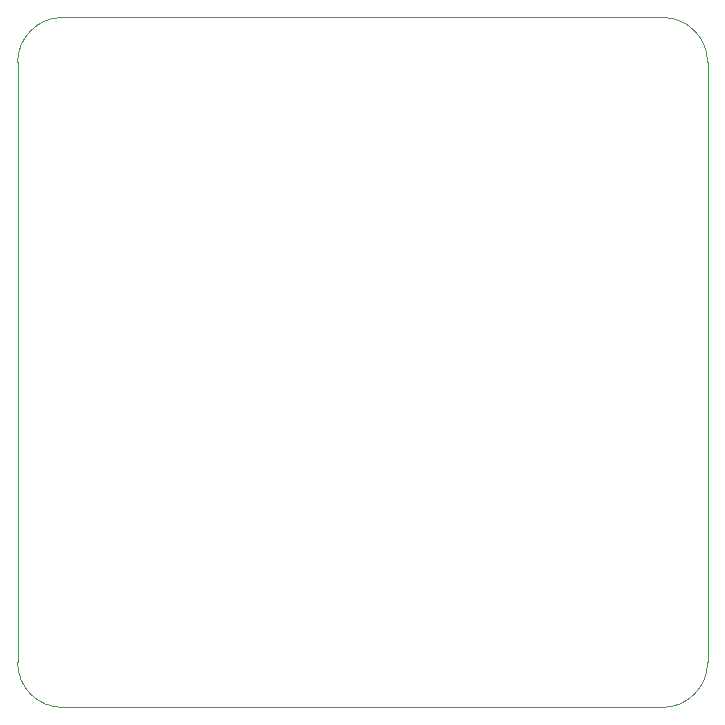
<source format=gm1>
%TF.GenerationSoftware,KiCad,Pcbnew,8.0.9*%
%TF.CreationDate,2025-05-22T10:54:23-04:00*%
%TF.ProjectId,rocket_power_board,726f636b-6574-45f7-906f-7765725f626f,rev?*%
%TF.SameCoordinates,Original*%
%TF.FileFunction,Profile,NP*%
%FSLAX46Y46*%
G04 Gerber Fmt 4.6, Leading zero omitted, Abs format (unit mm)*
G04 Created by KiCad (PCBNEW 8.0.9) date 2025-05-22 10:54:23*
%MOMM*%
%LPD*%
G01*
G04 APERTURE LIST*
%TA.AperFunction,Profile*%
%ADD10C,0.050000*%
%TD*%
G04 APERTURE END LIST*
D10*
X196342000Y-138429998D02*
G75*
G02*
X192532002Y-134619999I0J3809998D01*
G01*
X247141999Y-138429999D02*
X196342000Y-138429998D01*
X250951999Y-134619999D02*
X250952000Y-83820000D01*
X250951999Y-134619999D02*
G75*
G02*
X247141999Y-138429999I-3809999J-1D01*
G01*
X247142001Y-80010000D02*
G75*
G02*
X250952000Y-83820000I-1J-3810000D01*
G01*
X192532002Y-134619999D02*
X192532002Y-83820001D01*
X192532000Y-83820001D02*
G75*
G02*
X196342001Y-80010000I3810000J1D01*
G01*
X196342001Y-80010000D02*
X247142001Y-80010000D01*
M02*

</source>
